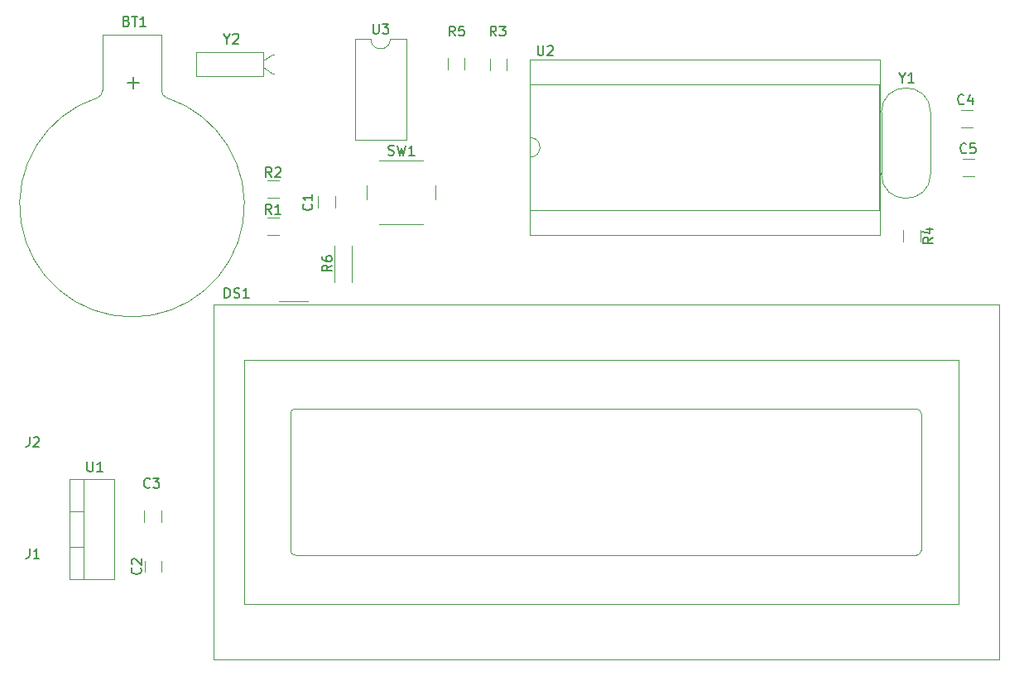
<source format=gbr>
G04 #@! TF.FileFunction,Legend,Top*
%FSLAX46Y46*%
G04 Gerber Fmt 4.6, Leading zero omitted, Abs format (unit mm)*
G04 Created by KiCad (PCBNEW 4.0.7) date 06/07/18 19:04:20*
%MOMM*%
%LPD*%
G01*
G04 APERTURE LIST*
%ADD10C,0.100000*%
%ADD11C,0.120000*%
%ADD12C,0.150000*%
G04 APERTURE END LIST*
D10*
D11*
X103620000Y-135240000D02*
X183900000Y-135240000D01*
X183900000Y-135240000D02*
X183900000Y-98960000D01*
X183900000Y-98960000D02*
X104420000Y-98960000D01*
X103620000Y-98960000D02*
X103620000Y-135240000D01*
X103630000Y-98960000D02*
X104420000Y-98960000D01*
X110260000Y-98600000D02*
X113260000Y-98600000D01*
X111960000Y-109600000D02*
X175460000Y-109600000D01*
X111460280Y-124099320D02*
X111460280Y-110100000D01*
X175460660Y-124600000D02*
X111960000Y-124600000D01*
X175960000Y-110100000D02*
X175960000Y-124100000D01*
X175960000Y-110100000D02*
G75*
G03X175460000Y-109600000I-500000J0D01*
G01*
X175460660Y-124599700D02*
G75*
G03X175961040Y-124099320I0J500380D01*
G01*
X111460280Y-124099320D02*
G75*
G03X111960660Y-124599700I500380J0D01*
G01*
X111960660Y-109598460D02*
G75*
G03X111460280Y-110098840I0J-500380D01*
G01*
X106760000Y-104600000D02*
X179760000Y-104600000D01*
X179760000Y-104600000D02*
X179760000Y-129600000D01*
X179760000Y-129600000D02*
X106760000Y-129600000D01*
X106760000Y-129600000D02*
X106760000Y-104600000D01*
X98221000Y-120043000D02*
X98221000Y-121217000D01*
X96499000Y-120043000D02*
X96499000Y-121217000D01*
X135970000Y-81860000D02*
G75*
G02X135970000Y-83860000I0J-1000000D01*
G01*
X135970000Y-83860000D02*
X135970000Y-89320000D01*
X135970000Y-89320000D02*
X171650000Y-89320000D01*
X171650000Y-89320000D02*
X171650000Y-76400000D01*
X171650000Y-76400000D02*
X135970000Y-76400000D01*
X135970000Y-76400000D02*
X135970000Y-81860000D01*
X135910000Y-91810000D02*
X171710000Y-91810000D01*
X171710000Y-91810000D02*
X171710000Y-73910000D01*
X171710000Y-73910000D02*
X135910000Y-73910000D01*
X135910000Y-73910000D02*
X135910000Y-91810000D01*
X171880086Y-85543936D02*
X171880086Y-79293936D01*
X176930086Y-85543936D02*
X176930086Y-79293936D01*
X176930086Y-85543936D02*
G75*
G02X171880086Y-85543936I-2525000J0D01*
G01*
X176930086Y-79293936D02*
G75*
G03X171880086Y-79293936I-2525000J0D01*
G01*
X95295281Y-100205671D02*
G75*
G02X91750000Y-77760000I-45281J11495671D01*
G01*
X91723616Y-77761754D02*
G75*
G03X92250000Y-77010000I-273616J751754D01*
G01*
X95204719Y-100205671D02*
G75*
G03X98750000Y-77760000I45281J11495671D01*
G01*
X98776384Y-77761754D02*
G75*
G02X98250000Y-77010000I273616J751754D01*
G01*
X98250000Y-71310000D02*
X98250000Y-77010000D01*
X92250000Y-71310000D02*
X98250000Y-71310000D01*
X92250000Y-71310000D02*
X92250000Y-77010000D01*
X110280000Y-91800000D02*
X109080000Y-91800000D01*
X109080000Y-90040000D02*
X110280000Y-90040000D01*
X110300000Y-88030000D02*
X109100000Y-88030000D01*
X109100000Y-86270000D02*
X110300000Y-86270000D01*
X131840000Y-74950000D02*
X131840000Y-73750000D01*
X133600000Y-73750000D02*
X133600000Y-74950000D01*
X127520000Y-74870000D02*
X127520000Y-73670000D01*
X129280000Y-73670000D02*
X129280000Y-74870000D01*
X120540000Y-90710000D02*
X125040000Y-90710000D01*
X119290000Y-86710000D02*
X119290000Y-88210000D01*
X125040000Y-84210000D02*
X120540000Y-84210000D01*
X126290000Y-88210000D02*
X126290000Y-86710000D01*
X88820000Y-127040000D02*
X88820000Y-116800000D01*
X93461000Y-127040000D02*
X93461000Y-116800000D01*
X88820000Y-127040000D02*
X93461000Y-127040000D01*
X88820000Y-116800000D02*
X93461000Y-116800000D01*
X90330000Y-127040000D02*
X90330000Y-116800000D01*
X88820000Y-123770000D02*
X90330000Y-123770000D01*
X88820000Y-120069000D02*
X90330000Y-120069000D01*
X121680000Y-71770000D02*
G75*
G02X119680000Y-71770000I-1000000J0D01*
G01*
X119680000Y-71770000D02*
X118030000Y-71770000D01*
X118030000Y-71770000D02*
X118030000Y-82050000D01*
X118030000Y-82050000D02*
X123330000Y-82050000D01*
X123330000Y-82050000D02*
X123330000Y-71770000D01*
X123330000Y-71770000D02*
X121680000Y-71770000D01*
X108710000Y-73090000D02*
X101810000Y-73090000D01*
X101810000Y-73090000D02*
X101810000Y-75550000D01*
X101810000Y-75550000D02*
X108710000Y-75550000D01*
X108710000Y-75550000D02*
X108710000Y-73090000D01*
X108710000Y-73970000D02*
X109610000Y-73370000D01*
X109610000Y-73370000D02*
X109810000Y-73370000D01*
X108710000Y-74670000D02*
X109610000Y-75270000D01*
X109610000Y-75270000D02*
X109810000Y-75270000D01*
X114299000Y-89017000D02*
X114299000Y-87843000D01*
X116021000Y-89017000D02*
X116021000Y-87843000D01*
X98261000Y-125143000D02*
X98261000Y-126317000D01*
X96539000Y-125143000D02*
X96539000Y-126317000D01*
X181257000Y-80801000D02*
X180083000Y-80801000D01*
X181257000Y-79079000D02*
X180083000Y-79079000D01*
X181397000Y-85771000D02*
X180223000Y-85771000D01*
X181397000Y-84049000D02*
X180223000Y-84049000D01*
X117700000Y-92920000D02*
X117700000Y-96640000D01*
X115980000Y-92920000D02*
X115980000Y-96640000D01*
X174120000Y-92500000D02*
X174120000Y-91300000D01*
X175880000Y-91300000D02*
X175880000Y-92500000D01*
D12*
X104725714Y-98242381D02*
X104725714Y-97242381D01*
X104963809Y-97242381D01*
X105106667Y-97290000D01*
X105201905Y-97385238D01*
X105249524Y-97480476D01*
X105297143Y-97670952D01*
X105297143Y-97813810D01*
X105249524Y-98004286D01*
X105201905Y-98099524D01*
X105106667Y-98194762D01*
X104963809Y-98242381D01*
X104725714Y-98242381D01*
X105678095Y-98194762D02*
X105820952Y-98242381D01*
X106059048Y-98242381D01*
X106154286Y-98194762D01*
X106201905Y-98147143D01*
X106249524Y-98051905D01*
X106249524Y-97956667D01*
X106201905Y-97861429D01*
X106154286Y-97813810D01*
X106059048Y-97766190D01*
X105868571Y-97718571D01*
X105773333Y-97670952D01*
X105725714Y-97623333D01*
X105678095Y-97528095D01*
X105678095Y-97432857D01*
X105725714Y-97337619D01*
X105773333Y-97290000D01*
X105868571Y-97242381D01*
X106106667Y-97242381D01*
X106249524Y-97290000D01*
X107201905Y-98242381D02*
X106630476Y-98242381D01*
X106916190Y-98242381D02*
X106916190Y-97242381D01*
X106820952Y-97385238D01*
X106725714Y-97480476D01*
X106630476Y-97528095D01*
X97083334Y-117607143D02*
X97035715Y-117654762D01*
X96892858Y-117702381D01*
X96797620Y-117702381D01*
X96654762Y-117654762D01*
X96559524Y-117559524D01*
X96511905Y-117464286D01*
X96464286Y-117273810D01*
X96464286Y-117130952D01*
X96511905Y-116940476D01*
X96559524Y-116845238D01*
X96654762Y-116750000D01*
X96797620Y-116702381D01*
X96892858Y-116702381D01*
X97035715Y-116750000D01*
X97083334Y-116797619D01*
X97416667Y-116702381D02*
X98035715Y-116702381D01*
X97702381Y-117083333D01*
X97845239Y-117083333D01*
X97940477Y-117130952D01*
X97988096Y-117178571D01*
X98035715Y-117273810D01*
X98035715Y-117511905D01*
X97988096Y-117607143D01*
X97940477Y-117654762D01*
X97845239Y-117702381D01*
X97559524Y-117702381D01*
X97464286Y-117654762D01*
X97416667Y-117607143D01*
X136738095Y-72442381D02*
X136738095Y-73251905D01*
X136785714Y-73347143D01*
X136833333Y-73394762D01*
X136928571Y-73442381D01*
X137119048Y-73442381D01*
X137214286Y-73394762D01*
X137261905Y-73347143D01*
X137309524Y-73251905D01*
X137309524Y-72442381D01*
X137738095Y-72537619D02*
X137785714Y-72490000D01*
X137880952Y-72442381D01*
X138119048Y-72442381D01*
X138214286Y-72490000D01*
X138261905Y-72537619D01*
X138309524Y-72632857D01*
X138309524Y-72728095D01*
X138261905Y-72870952D01*
X137690476Y-73442381D01*
X138309524Y-73442381D01*
X174023809Y-75726190D02*
X174023809Y-76202381D01*
X173690476Y-75202381D02*
X174023809Y-75726190D01*
X174357143Y-75202381D01*
X175214286Y-76202381D02*
X174642857Y-76202381D01*
X174928571Y-76202381D02*
X174928571Y-75202381D01*
X174833333Y-75345238D01*
X174738095Y-75440476D01*
X174642857Y-75488095D01*
X84756667Y-123912381D02*
X84756667Y-124626667D01*
X84709047Y-124769524D01*
X84613809Y-124864762D01*
X84470952Y-124912381D01*
X84375714Y-124912381D01*
X85756667Y-124912381D02*
X85185238Y-124912381D01*
X85470952Y-124912381D02*
X85470952Y-123912381D01*
X85375714Y-124055238D01*
X85280476Y-124150476D01*
X85185238Y-124198095D01*
X94714286Y-69928571D02*
X94857143Y-69976190D01*
X94904762Y-70023810D01*
X94952381Y-70119048D01*
X94952381Y-70261905D01*
X94904762Y-70357143D01*
X94857143Y-70404762D01*
X94761905Y-70452381D01*
X94380952Y-70452381D01*
X94380952Y-69452381D01*
X94714286Y-69452381D01*
X94809524Y-69500000D01*
X94857143Y-69547619D01*
X94904762Y-69642857D01*
X94904762Y-69738095D01*
X94857143Y-69833333D01*
X94809524Y-69880952D01*
X94714286Y-69928571D01*
X94380952Y-69928571D01*
X95238095Y-69452381D02*
X95809524Y-69452381D01*
X95523809Y-70452381D02*
X95523809Y-69452381D01*
X96666667Y-70452381D02*
X96095238Y-70452381D01*
X96380952Y-70452381D02*
X96380952Y-69452381D01*
X96285714Y-69595238D01*
X96190476Y-69690476D01*
X96095238Y-69738095D01*
X95357143Y-76831428D02*
X95357143Y-75688571D01*
X95928571Y-76260000D02*
X94785714Y-76260000D01*
X84756667Y-112482381D02*
X84756667Y-113196667D01*
X84709047Y-113339524D01*
X84613809Y-113434762D01*
X84470952Y-113482381D01*
X84375714Y-113482381D01*
X85185238Y-112577619D02*
X85232857Y-112530000D01*
X85328095Y-112482381D01*
X85566191Y-112482381D01*
X85661429Y-112530000D01*
X85709048Y-112577619D01*
X85756667Y-112672857D01*
X85756667Y-112768095D01*
X85709048Y-112910952D01*
X85137619Y-113482381D01*
X85756667Y-113482381D01*
X109513334Y-89672381D02*
X109180000Y-89196190D01*
X108941905Y-89672381D02*
X108941905Y-88672381D01*
X109322858Y-88672381D01*
X109418096Y-88720000D01*
X109465715Y-88767619D01*
X109513334Y-88862857D01*
X109513334Y-89005714D01*
X109465715Y-89100952D01*
X109418096Y-89148571D01*
X109322858Y-89196190D01*
X108941905Y-89196190D01*
X110465715Y-89672381D02*
X109894286Y-89672381D01*
X110180000Y-89672381D02*
X110180000Y-88672381D01*
X110084762Y-88815238D01*
X109989524Y-88910476D01*
X109894286Y-88958095D01*
X109533334Y-85902381D02*
X109200000Y-85426190D01*
X108961905Y-85902381D02*
X108961905Y-84902381D01*
X109342858Y-84902381D01*
X109438096Y-84950000D01*
X109485715Y-84997619D01*
X109533334Y-85092857D01*
X109533334Y-85235714D01*
X109485715Y-85330952D01*
X109438096Y-85378571D01*
X109342858Y-85426190D01*
X108961905Y-85426190D01*
X109914286Y-84997619D02*
X109961905Y-84950000D01*
X110057143Y-84902381D01*
X110295239Y-84902381D01*
X110390477Y-84950000D01*
X110438096Y-84997619D01*
X110485715Y-85092857D01*
X110485715Y-85188095D01*
X110438096Y-85330952D01*
X109866667Y-85902381D01*
X110485715Y-85902381D01*
X132493334Y-71452381D02*
X132160000Y-70976190D01*
X131921905Y-71452381D02*
X131921905Y-70452381D01*
X132302858Y-70452381D01*
X132398096Y-70500000D01*
X132445715Y-70547619D01*
X132493334Y-70642857D01*
X132493334Y-70785714D01*
X132445715Y-70880952D01*
X132398096Y-70928571D01*
X132302858Y-70976190D01*
X131921905Y-70976190D01*
X132826667Y-70452381D02*
X133445715Y-70452381D01*
X133112381Y-70833333D01*
X133255239Y-70833333D01*
X133350477Y-70880952D01*
X133398096Y-70928571D01*
X133445715Y-71023810D01*
X133445715Y-71261905D01*
X133398096Y-71357143D01*
X133350477Y-71404762D01*
X133255239Y-71452381D01*
X132969524Y-71452381D01*
X132874286Y-71404762D01*
X132826667Y-71357143D01*
X128273334Y-71452381D02*
X127940000Y-70976190D01*
X127701905Y-71452381D02*
X127701905Y-70452381D01*
X128082858Y-70452381D01*
X128178096Y-70500000D01*
X128225715Y-70547619D01*
X128273334Y-70642857D01*
X128273334Y-70785714D01*
X128225715Y-70880952D01*
X128178096Y-70928571D01*
X128082858Y-70976190D01*
X127701905Y-70976190D01*
X129178096Y-70452381D02*
X128701905Y-70452381D01*
X128654286Y-70928571D01*
X128701905Y-70880952D01*
X128797143Y-70833333D01*
X129035239Y-70833333D01*
X129130477Y-70880952D01*
X129178096Y-70928571D01*
X129225715Y-71023810D01*
X129225715Y-71261905D01*
X129178096Y-71357143D01*
X129130477Y-71404762D01*
X129035239Y-71452381D01*
X128797143Y-71452381D01*
X128701905Y-71404762D01*
X128654286Y-71357143D01*
X121456667Y-83614762D02*
X121599524Y-83662381D01*
X121837620Y-83662381D01*
X121932858Y-83614762D01*
X121980477Y-83567143D01*
X122028096Y-83471905D01*
X122028096Y-83376667D01*
X121980477Y-83281429D01*
X121932858Y-83233810D01*
X121837620Y-83186190D01*
X121647143Y-83138571D01*
X121551905Y-83090952D01*
X121504286Y-83043333D01*
X121456667Y-82948095D01*
X121456667Y-82852857D01*
X121504286Y-82757619D01*
X121551905Y-82710000D01*
X121647143Y-82662381D01*
X121885239Y-82662381D01*
X122028096Y-82710000D01*
X122361429Y-82662381D02*
X122599524Y-83662381D01*
X122790001Y-82948095D01*
X122980477Y-83662381D01*
X123218572Y-82662381D01*
X124123334Y-83662381D02*
X123551905Y-83662381D01*
X123837619Y-83662381D02*
X123837619Y-82662381D01*
X123742381Y-82805238D01*
X123647143Y-82900476D01*
X123551905Y-82948095D01*
X90678095Y-115022381D02*
X90678095Y-115831905D01*
X90725714Y-115927143D01*
X90773333Y-115974762D01*
X90868571Y-116022381D01*
X91059048Y-116022381D01*
X91154286Y-115974762D01*
X91201905Y-115927143D01*
X91249524Y-115831905D01*
X91249524Y-115022381D01*
X92249524Y-116022381D02*
X91678095Y-116022381D01*
X91963809Y-116022381D02*
X91963809Y-115022381D01*
X91868571Y-115165238D01*
X91773333Y-115260476D01*
X91678095Y-115308095D01*
X119918095Y-70222381D02*
X119918095Y-71031905D01*
X119965714Y-71127143D01*
X120013333Y-71174762D01*
X120108571Y-71222381D01*
X120299048Y-71222381D01*
X120394286Y-71174762D01*
X120441905Y-71127143D01*
X120489524Y-71031905D01*
X120489524Y-70222381D01*
X120870476Y-70222381D02*
X121489524Y-70222381D01*
X121156190Y-70603333D01*
X121299048Y-70603333D01*
X121394286Y-70650952D01*
X121441905Y-70698571D01*
X121489524Y-70793810D01*
X121489524Y-71031905D01*
X121441905Y-71127143D01*
X121394286Y-71174762D01*
X121299048Y-71222381D01*
X121013333Y-71222381D01*
X120918095Y-71174762D01*
X120870476Y-71127143D01*
X104953809Y-71746190D02*
X104953809Y-72222381D01*
X104620476Y-71222381D02*
X104953809Y-71746190D01*
X105287143Y-71222381D01*
X105572857Y-71317619D02*
X105620476Y-71270000D01*
X105715714Y-71222381D01*
X105953810Y-71222381D01*
X106049048Y-71270000D01*
X106096667Y-71317619D01*
X106144286Y-71412857D01*
X106144286Y-71508095D01*
X106096667Y-71650952D01*
X105525238Y-72222381D01*
X106144286Y-72222381D01*
X113607143Y-88666666D02*
X113654762Y-88714285D01*
X113702381Y-88857142D01*
X113702381Y-88952380D01*
X113654762Y-89095238D01*
X113559524Y-89190476D01*
X113464286Y-89238095D01*
X113273810Y-89285714D01*
X113130952Y-89285714D01*
X112940476Y-89238095D01*
X112845238Y-89190476D01*
X112750000Y-89095238D01*
X112702381Y-88952380D01*
X112702381Y-88857142D01*
X112750000Y-88714285D01*
X112797619Y-88666666D01*
X113702381Y-87714285D02*
X113702381Y-88285714D01*
X113702381Y-88000000D02*
X112702381Y-88000000D01*
X112845238Y-88095238D01*
X112940476Y-88190476D01*
X112988095Y-88285714D01*
X96107143Y-125896666D02*
X96154762Y-125944285D01*
X96202381Y-126087142D01*
X96202381Y-126182380D01*
X96154762Y-126325238D01*
X96059524Y-126420476D01*
X95964286Y-126468095D01*
X95773810Y-126515714D01*
X95630952Y-126515714D01*
X95440476Y-126468095D01*
X95345238Y-126420476D01*
X95250000Y-126325238D01*
X95202381Y-126182380D01*
X95202381Y-126087142D01*
X95250000Y-125944285D01*
X95297619Y-125896666D01*
X95297619Y-125515714D02*
X95250000Y-125468095D01*
X95202381Y-125372857D01*
X95202381Y-125134761D01*
X95250000Y-125039523D01*
X95297619Y-124991904D01*
X95392857Y-124944285D01*
X95488095Y-124944285D01*
X95630952Y-124991904D01*
X96202381Y-125563333D01*
X96202381Y-124944285D01*
X180333334Y-78357143D02*
X180285715Y-78404762D01*
X180142858Y-78452381D01*
X180047620Y-78452381D01*
X179904762Y-78404762D01*
X179809524Y-78309524D01*
X179761905Y-78214286D01*
X179714286Y-78023810D01*
X179714286Y-77880952D01*
X179761905Y-77690476D01*
X179809524Y-77595238D01*
X179904762Y-77500000D01*
X180047620Y-77452381D01*
X180142858Y-77452381D01*
X180285715Y-77500000D01*
X180333334Y-77547619D01*
X181190477Y-77785714D02*
X181190477Y-78452381D01*
X180952381Y-77404762D02*
X180714286Y-78119048D01*
X181333334Y-78119048D01*
X180583334Y-83357143D02*
X180535715Y-83404762D01*
X180392858Y-83452381D01*
X180297620Y-83452381D01*
X180154762Y-83404762D01*
X180059524Y-83309524D01*
X180011905Y-83214286D01*
X179964286Y-83023810D01*
X179964286Y-82880952D01*
X180011905Y-82690476D01*
X180059524Y-82595238D01*
X180154762Y-82500000D01*
X180297620Y-82452381D01*
X180392858Y-82452381D01*
X180535715Y-82500000D01*
X180583334Y-82547619D01*
X181488096Y-82452381D02*
X181011905Y-82452381D01*
X180964286Y-82928571D01*
X181011905Y-82880952D01*
X181107143Y-82833333D01*
X181345239Y-82833333D01*
X181440477Y-82880952D01*
X181488096Y-82928571D01*
X181535715Y-83023810D01*
X181535715Y-83261905D01*
X181488096Y-83357143D01*
X181440477Y-83404762D01*
X181345239Y-83452381D01*
X181107143Y-83452381D01*
X181011905Y-83404762D01*
X180964286Y-83357143D01*
X115702381Y-94916666D02*
X115226190Y-95250000D01*
X115702381Y-95488095D02*
X114702381Y-95488095D01*
X114702381Y-95107142D01*
X114750000Y-95011904D01*
X114797619Y-94964285D01*
X114892857Y-94916666D01*
X115035714Y-94916666D01*
X115130952Y-94964285D01*
X115178571Y-95011904D01*
X115226190Y-95107142D01*
X115226190Y-95488095D01*
X114702381Y-94059523D02*
X114702381Y-94250000D01*
X114750000Y-94345238D01*
X114797619Y-94392857D01*
X114940476Y-94488095D01*
X115130952Y-94535714D01*
X115511905Y-94535714D01*
X115607143Y-94488095D01*
X115654762Y-94440476D01*
X115702381Y-94345238D01*
X115702381Y-94154761D01*
X115654762Y-94059523D01*
X115607143Y-94011904D01*
X115511905Y-93964285D01*
X115273810Y-93964285D01*
X115178571Y-94011904D01*
X115130952Y-94059523D01*
X115083333Y-94154761D01*
X115083333Y-94345238D01*
X115130952Y-94440476D01*
X115178571Y-94488095D01*
X115273810Y-94535714D01*
X177152381Y-92066666D02*
X176676190Y-92400000D01*
X177152381Y-92638095D02*
X176152381Y-92638095D01*
X176152381Y-92257142D01*
X176200000Y-92161904D01*
X176247619Y-92114285D01*
X176342857Y-92066666D01*
X176485714Y-92066666D01*
X176580952Y-92114285D01*
X176628571Y-92161904D01*
X176676190Y-92257142D01*
X176676190Y-92638095D01*
X176485714Y-91209523D02*
X177152381Y-91209523D01*
X176104762Y-91447619D02*
X176819048Y-91685714D01*
X176819048Y-91066666D01*
M02*

</source>
